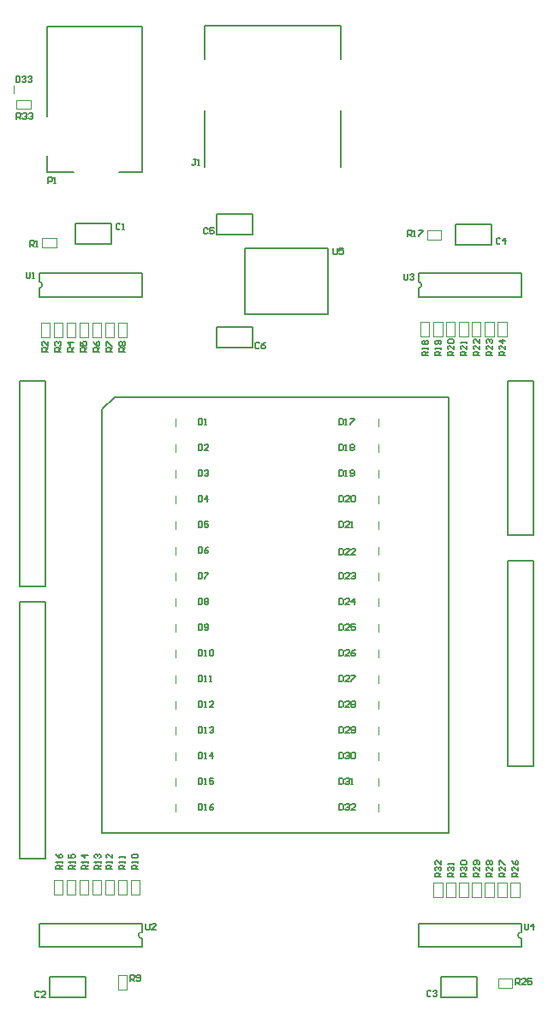
<source format=gto>
G04*
G04 #@! TF.GenerationSoftware,Altium Limited,Altium Designer,19.0.14 (431)*
G04*
G04 Layer_Color=65535*
%FSLAX44Y44*%
%MOMM*%
G71*
G01*
G75*
%ADD10C,0.2000*%
%ADD11C,0.0500*%
%ADD12C,0.1000*%
%ADD13C,0.1500*%
D10*
X755650Y993875D02*
G03*
X755650Y1000225I0J3175D01*
G01*
X857250Y357151D02*
G03*
X857250Y350801I0J-3175D01*
G01*
X1130808Y993675D02*
G03*
X1130808Y1000025I0J3175D01*
G01*
X1232408Y357151D02*
G03*
X1232408Y350801I0J-3175D01*
G01*
X959210Y968260D02*
X1041710D01*
Y1033260D01*
X959210D02*
X1041710D01*
X959210Y968260D02*
Y1033260D01*
X755650Y985400D02*
Y993875D01*
Y1000225D02*
Y1008700D01*
X857250D01*
Y985400D02*
Y1008700D01*
X755650Y985400D02*
X857250D01*
X755650Y365626D02*
X857250D01*
X755650Y342326D02*
Y365626D01*
Y342326D02*
X857250D01*
Y350801D01*
Y357151D02*
Y365626D01*
X1130808Y985200D02*
Y993675D01*
Y1000025D02*
Y1008500D01*
X1232408D01*
Y985200D02*
Y1008500D01*
X1130808Y985200D02*
X1232408D01*
X1130808Y365626D02*
X1232408D01*
X1130808Y342326D02*
Y365626D01*
Y342326D02*
X1232408D01*
Y350801D01*
Y357151D02*
Y365626D01*
X1054050Y1220420D02*
Y1253440D01*
Y1113740D02*
Y1169620D01*
X919430Y1113740D02*
Y1169620D01*
Y1253440D02*
X1054050D01*
X919430Y1220420D02*
Y1253440D01*
X763800Y1108750D02*
X789800D01*
X763800D02*
Y1124750D01*
Y1163750D02*
Y1252750D01*
X857800D01*
Y1108750D02*
Y1252750D01*
X834800Y1108750D02*
X857800D01*
X791820Y1037590D02*
X827380D01*
Y1057910D01*
X791820D02*
X827380D01*
X791820Y1037590D02*
Y1057910D01*
X931570Y1066800D02*
X967130D01*
X931570Y1046480D02*
Y1066800D01*
Y1046480D02*
X967130D01*
Y1066800D01*
X930910Y955040D02*
X966470D01*
X930910Y934720D02*
Y955040D01*
Y934720D02*
X966470D01*
Y955040D01*
X1167130Y1036218D02*
X1202690D01*
Y1056538D01*
X1167130D02*
X1202690D01*
X1167130Y1036218D02*
Y1056538D01*
X1153160Y312420D02*
X1188720D01*
X1153160Y292100D02*
Y312420D01*
Y292100D02*
X1188720D01*
Y312420D01*
X765810D02*
X801370D01*
X765810Y292100D02*
Y312420D01*
Y292100D02*
X801370D01*
Y312420D01*
X1219200Y901700D02*
X1244600D01*
X1219200Y749300D02*
X1244600D01*
X1219200D02*
Y901700D01*
X1244600Y749300D02*
Y901700D01*
X736600Y698500D02*
X762000D01*
X736600D02*
Y901700D01*
X762000D01*
Y698500D02*
Y901700D01*
Y429260D02*
Y664210D01*
Y683260D01*
X736600D02*
X762000D01*
X736600Y429260D02*
Y683260D01*
Y429260D02*
X762000D01*
X1219200Y723900D02*
X1244600D01*
Y520700D02*
Y723900D01*
X1219200Y520700D02*
X1244600D01*
X1219200D02*
Y723900D01*
X817880Y454660D02*
Y873760D01*
X830326Y886206D01*
X932434D01*
X817880Y873760D02*
X818134D01*
X1046226Y886206D02*
X1160780D01*
X817880Y454660D02*
X1160780D01*
X1160780Y886206D02*
X1160780Y454660D01*
X932434Y886206D02*
X1046226D01*
D11*
X1091006Y476250D02*
Y483870D01*
Y501650D02*
Y509270D01*
Y527050D02*
Y534670D01*
Y552450D02*
Y560070D01*
Y577850D02*
Y585470D01*
Y603250D02*
Y610870D01*
Y628650D02*
Y636270D01*
Y654050D02*
Y661670D01*
Y679450D02*
Y687070D01*
Y704850D02*
Y712470D01*
Y730250D02*
Y737870D01*
Y755650D02*
Y763270D01*
Y781050D02*
Y788670D01*
Y806450D02*
Y814070D01*
Y831850D02*
Y839470D01*
Y857250D02*
Y864870D01*
X890346Y476250D02*
Y483870D01*
Y501650D02*
Y509270D01*
Y527050D02*
Y534670D01*
Y552450D02*
Y560070D01*
Y577850D02*
Y585470D01*
Y603250D02*
Y610870D01*
Y628650D02*
Y636270D01*
Y654050D02*
Y661670D01*
Y679450D02*
Y687070D01*
Y704850D02*
Y712470D01*
Y730250D02*
Y737870D01*
Y755650D02*
Y763270D01*
Y781050D02*
Y788670D01*
Y806450D02*
Y814070D01*
X730250Y1186180D02*
Y1193800D01*
X890346Y857250D02*
Y864870D01*
Y831850D02*
Y839470D01*
D12*
X733298Y1170973D02*
Y1180117D01*
Y1170973D02*
X747522D01*
Y1180117D01*
X733298D02*
X747522D01*
X842772Y945388D02*
Y959612D01*
X833628Y945388D02*
X842772D01*
X833628D02*
Y959612D01*
X842772D01*
X820928D02*
X830072D01*
X820928Y945388D02*
Y959612D01*
Y945388D02*
X830072D01*
Y959612D01*
X817372Y945388D02*
Y959612D01*
X808228Y945388D02*
X817372D01*
X808228D02*
Y959612D01*
X817372D01*
X795528D02*
X804672D01*
X795528Y945388D02*
Y959612D01*
Y945388D02*
X804672D01*
Y959612D01*
X791972Y945388D02*
Y959612D01*
X782828Y945388D02*
X791972D01*
X782828D02*
Y959612D01*
X791972D01*
X770128D02*
X779272D01*
X770128Y945388D02*
Y959612D01*
Y945388D02*
X779272D01*
Y959612D01*
X766572Y945388D02*
Y959612D01*
X757428Y945388D02*
X766572D01*
X757428D02*
Y959612D01*
X766572D01*
X772912Y1034288D02*
Y1043432D01*
X758688D02*
X772912D01*
X758688Y1034288D02*
Y1043432D01*
Y1034288D02*
X772912D01*
X1153470Y1041908D02*
Y1051052D01*
X1139246D02*
X1153470D01*
X1139246Y1041908D02*
Y1051052D01*
Y1041908D02*
X1153470D01*
X1218250Y945937D02*
Y960161D01*
X1209106Y945937D02*
X1218250D01*
X1209106D02*
Y960161D01*
X1218250D01*
X1196086D02*
X1205230D01*
X1196086Y945937D02*
Y960161D01*
Y945937D02*
X1205230D01*
Y960161D01*
X1192342Y945937D02*
Y960161D01*
X1183198Y945937D02*
X1192342D01*
X1183198D02*
Y960161D01*
X1192342D01*
X1170686D02*
X1179830D01*
X1170686Y945937D02*
Y960161D01*
Y945937D02*
X1179830D01*
Y960161D01*
X1166942Y945937D02*
Y960161D01*
X1157798Y945937D02*
X1166942D01*
X1157798D02*
Y960161D01*
X1166942D01*
X1145286D02*
X1154430D01*
X1145286Y945937D02*
Y960161D01*
Y945937D02*
X1154430D01*
Y960161D01*
X1141542Y945937D02*
Y960161D01*
X1132398Y945937D02*
X1141542D01*
X1132398D02*
Y960161D01*
X1141542D01*
X1221580Y391358D02*
Y405582D01*
X1230724D01*
Y391358D02*
Y405582D01*
X1221580Y391358D02*
X1230724D01*
X1208880D02*
X1218024D01*
Y405582D01*
X1208880D02*
X1218024D01*
X1208880Y391358D02*
Y405582D01*
X1196180Y391358D02*
Y405582D01*
X1205324D01*
Y391358D02*
Y405582D01*
X1196180Y391358D02*
X1205324D01*
X1183480D02*
X1192624D01*
Y405582D01*
X1183480D02*
X1192624D01*
X1183480Y391358D02*
Y405582D01*
X1170780Y391358D02*
Y405582D01*
X1179924D01*
Y391358D02*
Y405582D01*
X1170780Y391358D02*
X1179924D01*
X1158080D02*
X1167224D01*
Y405582D01*
X1158080D02*
X1167224D01*
X1158080Y391358D02*
Y405582D01*
X1145380Y391358D02*
Y405582D01*
X1154524D01*
Y391358D02*
Y405582D01*
X1145380Y391358D02*
X1154524D01*
X1209548Y301498D02*
Y310642D01*
Y301498D02*
X1223772D01*
Y310642D01*
X1209548D02*
X1223772D01*
X846328Y394208D02*
Y408432D01*
X855472D01*
Y394208D02*
Y408432D01*
X846328Y394208D02*
X855472D01*
X833628Y394426D02*
X842772D01*
Y408650D01*
X833628D02*
X842772D01*
X833628Y394426D02*
Y408650D01*
X820928Y394426D02*
Y408650D01*
X830072D01*
Y394426D02*
Y408650D01*
X820928Y394426D02*
X830072D01*
X808228D02*
X817372D01*
Y408650D01*
X808228D02*
X817372D01*
X808228Y394426D02*
Y408650D01*
X795528Y394426D02*
Y408650D01*
X804672D01*
Y394426D02*
Y408650D01*
X795528Y394426D02*
X804672D01*
X782828Y394426D02*
X791972D01*
Y408650D01*
X782828D02*
X791972D01*
X782828Y394426D02*
Y408650D01*
X770128Y394426D02*
Y408650D01*
X779272D01*
Y394426D02*
Y408650D01*
X770128Y394426D02*
X779272D01*
X833628Y314452D02*
X842772D01*
X833628Y300228D02*
Y314452D01*
Y300228D02*
X842772D01*
Y314452D01*
D13*
X1052322Y483518D02*
Y477520D01*
X1055321D01*
X1056321Y478520D01*
Y482518D01*
X1055321Y483518D01*
X1052322D01*
X1058320Y482518D02*
X1059320Y483518D01*
X1061319D01*
X1062319Y482518D01*
Y481519D01*
X1061319Y480519D01*
X1060319D01*
X1061319D01*
X1062319Y479519D01*
Y478520D01*
X1061319Y477520D01*
X1059320D01*
X1058320Y478520D01*
X1068317Y477520D02*
X1064318D01*
X1068317Y481519D01*
Y482518D01*
X1067317Y483518D01*
X1065318D01*
X1064318Y482518D01*
X1052322Y508918D02*
Y502920D01*
X1055321D01*
X1056321Y503920D01*
Y507918D01*
X1055321Y508918D01*
X1052322D01*
X1058320Y507918D02*
X1059320Y508918D01*
X1061319D01*
X1062319Y507918D01*
Y506919D01*
X1061319Y505919D01*
X1060319D01*
X1061319D01*
X1062319Y504919D01*
Y503920D01*
X1061319Y502920D01*
X1059320D01*
X1058320Y503920D01*
X1064318Y502920D02*
X1066318D01*
X1065318D01*
Y508918D01*
X1064318Y507918D01*
X1052322Y534318D02*
Y528320D01*
X1055321D01*
X1056321Y529320D01*
Y533318D01*
X1055321Y534318D01*
X1052322D01*
X1058320Y533318D02*
X1059320Y534318D01*
X1061319D01*
X1062319Y533318D01*
Y532319D01*
X1061319Y531319D01*
X1060319D01*
X1061319D01*
X1062319Y530319D01*
Y529320D01*
X1061319Y528320D01*
X1059320D01*
X1058320Y529320D01*
X1064318Y533318D02*
X1065318Y534318D01*
X1067317D01*
X1068317Y533318D01*
Y529320D01*
X1067317Y528320D01*
X1065318D01*
X1064318Y529320D01*
Y533318D01*
X1052322Y559718D02*
Y553720D01*
X1055321D01*
X1056321Y554720D01*
Y558718D01*
X1055321Y559718D01*
X1052322D01*
X1062319Y553720D02*
X1058320D01*
X1062319Y557719D01*
Y558718D01*
X1061319Y559718D01*
X1059320D01*
X1058320Y558718D01*
X1064318Y554720D02*
X1065318Y553720D01*
X1067317D01*
X1068317Y554720D01*
Y558718D01*
X1067317Y559718D01*
X1065318D01*
X1064318Y558718D01*
Y557719D01*
X1065318Y556719D01*
X1068317D01*
X1052322Y585118D02*
Y579120D01*
X1055321D01*
X1056321Y580120D01*
Y584118D01*
X1055321Y585118D01*
X1052322D01*
X1062319Y579120D02*
X1058320D01*
X1062319Y583119D01*
Y584118D01*
X1061319Y585118D01*
X1059320D01*
X1058320Y584118D01*
X1064318D02*
X1065318Y585118D01*
X1067317D01*
X1068317Y584118D01*
Y583119D01*
X1067317Y582119D01*
X1068317Y581119D01*
Y580120D01*
X1067317Y579120D01*
X1065318D01*
X1064318Y580120D01*
Y581119D01*
X1065318Y582119D01*
X1064318Y583119D01*
Y584118D01*
X1065318Y582119D02*
X1067317D01*
X1052322Y610518D02*
Y604520D01*
X1055321D01*
X1056321Y605520D01*
Y609518D01*
X1055321Y610518D01*
X1052322D01*
X1062319Y604520D02*
X1058320D01*
X1062319Y608519D01*
Y609518D01*
X1061319Y610518D01*
X1059320D01*
X1058320Y609518D01*
X1064318Y610518D02*
X1068317D01*
Y609518D01*
X1064318Y605520D01*
Y604520D01*
X1052322Y635918D02*
Y629920D01*
X1055321D01*
X1056321Y630920D01*
Y634918D01*
X1055321Y635918D01*
X1052322D01*
X1062319Y629920D02*
X1058320D01*
X1062319Y633919D01*
Y634918D01*
X1061319Y635918D01*
X1059320D01*
X1058320Y634918D01*
X1068317Y635918D02*
X1066318Y634918D01*
X1064318Y632919D01*
Y630920D01*
X1065318Y629920D01*
X1067317D01*
X1068317Y630920D01*
Y631919D01*
X1067317Y632919D01*
X1064318D01*
X1052322Y661318D02*
Y655320D01*
X1055321D01*
X1056321Y656320D01*
Y660318D01*
X1055321Y661318D01*
X1052322D01*
X1062319Y655320D02*
X1058320D01*
X1062319Y659319D01*
Y660318D01*
X1061319Y661318D01*
X1059320D01*
X1058320Y660318D01*
X1068317Y661318D02*
X1064318D01*
Y658319D01*
X1066318Y659319D01*
X1067317D01*
X1068317Y658319D01*
Y656320D01*
X1067317Y655320D01*
X1065318D01*
X1064318Y656320D01*
X1052322Y686718D02*
Y680720D01*
X1055321D01*
X1056321Y681720D01*
Y685718D01*
X1055321Y686718D01*
X1052322D01*
X1062319Y680720D02*
X1058320D01*
X1062319Y684719D01*
Y685718D01*
X1061319Y686718D01*
X1059320D01*
X1058320Y685718D01*
X1067317Y680720D02*
Y686718D01*
X1064318Y683719D01*
X1068317D01*
X1052322Y712118D02*
Y706120D01*
X1055321D01*
X1056321Y707120D01*
Y711118D01*
X1055321Y712118D01*
X1052322D01*
X1062319Y706120D02*
X1058320D01*
X1062319Y710119D01*
Y711118D01*
X1061319Y712118D01*
X1059320D01*
X1058320Y711118D01*
X1064318D02*
X1065318Y712118D01*
X1067317D01*
X1068317Y711118D01*
Y710119D01*
X1067317Y709119D01*
X1066318D01*
X1067317D01*
X1068317Y708119D01*
Y707120D01*
X1067317Y706120D01*
X1065318D01*
X1064318Y707120D01*
X1052322Y736248D02*
Y730250D01*
X1055321D01*
X1056321Y731250D01*
Y735248D01*
X1055321Y736248D01*
X1052322D01*
X1062319Y730250D02*
X1058320D01*
X1062319Y734249D01*
Y735248D01*
X1061319Y736248D01*
X1059320D01*
X1058320Y735248D01*
X1068317Y730250D02*
X1064318D01*
X1068317Y734249D01*
Y735248D01*
X1067317Y736248D01*
X1065318D01*
X1064318Y735248D01*
X1052322Y762918D02*
Y756920D01*
X1055321D01*
X1056321Y757920D01*
Y761918D01*
X1055321Y762918D01*
X1052322D01*
X1062319Y756920D02*
X1058320D01*
X1062319Y760919D01*
Y761918D01*
X1061319Y762918D01*
X1059320D01*
X1058320Y761918D01*
X1064318Y756920D02*
X1066318D01*
X1065318D01*
Y762918D01*
X1064318Y761918D01*
X1052322Y788318D02*
Y782320D01*
X1055321D01*
X1056321Y783320D01*
Y787318D01*
X1055321Y788318D01*
X1052322D01*
X1062319Y782320D02*
X1058320D01*
X1062319Y786319D01*
Y787318D01*
X1061319Y788318D01*
X1059320D01*
X1058320Y787318D01*
X1064318D02*
X1065318Y788318D01*
X1067317D01*
X1068317Y787318D01*
Y783320D01*
X1067317Y782320D01*
X1065318D01*
X1064318Y783320D01*
Y787318D01*
X1052322Y813718D02*
Y807720D01*
X1055321D01*
X1056321Y808720D01*
Y812718D01*
X1055321Y813718D01*
X1052322D01*
X1058320Y807720D02*
X1060319D01*
X1059320D01*
Y813718D01*
X1058320Y812718D01*
X1063318Y808720D02*
X1064318Y807720D01*
X1066318D01*
X1067317Y808720D01*
Y812718D01*
X1066318Y813718D01*
X1064318D01*
X1063318Y812718D01*
Y811719D01*
X1064318Y810719D01*
X1067317D01*
X1052322Y839118D02*
Y833120D01*
X1055321D01*
X1056321Y834120D01*
Y838118D01*
X1055321Y839118D01*
X1052322D01*
X1058320Y833120D02*
X1060319D01*
X1059320D01*
Y839118D01*
X1058320Y838118D01*
X1063318D02*
X1064318Y839118D01*
X1066318D01*
X1067317Y838118D01*
Y837119D01*
X1066318Y836119D01*
X1067317Y835119D01*
Y834120D01*
X1066318Y833120D01*
X1064318D01*
X1063318Y834120D01*
Y835119D01*
X1064318Y836119D01*
X1063318Y837119D01*
Y838118D01*
X1064318Y836119D02*
X1066318D01*
X1052322Y864518D02*
Y858520D01*
X1055321D01*
X1056321Y859520D01*
Y863518D01*
X1055321Y864518D01*
X1052322D01*
X1058320Y858520D02*
X1060319D01*
X1059320D01*
Y864518D01*
X1058320Y863518D01*
X1063318Y864518D02*
X1067317D01*
Y863518D01*
X1063318Y859520D01*
Y858520D01*
X913130Y483518D02*
Y477520D01*
X916129D01*
X917129Y478520D01*
Y482518D01*
X916129Y483518D01*
X913130D01*
X919128Y477520D02*
X921127D01*
X920128D01*
Y483518D01*
X919128Y482518D01*
X928125Y483518D02*
X926126Y482518D01*
X924126Y480519D01*
Y478520D01*
X925126Y477520D01*
X927125D01*
X928125Y478520D01*
Y479519D01*
X927125Y480519D01*
X924126D01*
X913130Y508918D02*
Y502920D01*
X916129D01*
X917129Y503920D01*
Y507918D01*
X916129Y508918D01*
X913130D01*
X919128Y502920D02*
X921127D01*
X920128D01*
Y508918D01*
X919128Y507918D01*
X928125Y508918D02*
X924126D01*
Y505919D01*
X926126Y506919D01*
X927125D01*
X928125Y505919D01*
Y503920D01*
X927125Y502920D01*
X925126D01*
X924126Y503920D01*
X913130Y534318D02*
Y528320D01*
X916129D01*
X917129Y529320D01*
Y533318D01*
X916129Y534318D01*
X913130D01*
X919128Y528320D02*
X921127D01*
X920128D01*
Y534318D01*
X919128Y533318D01*
X927125Y528320D02*
Y534318D01*
X924126Y531319D01*
X928125D01*
X913130Y559718D02*
Y553720D01*
X916129D01*
X917129Y554720D01*
Y558718D01*
X916129Y559718D01*
X913130D01*
X919128Y553720D02*
X921127D01*
X920128D01*
Y559718D01*
X919128Y558718D01*
X924126D02*
X925126Y559718D01*
X927125D01*
X928125Y558718D01*
Y557719D01*
X927125Y556719D01*
X926126D01*
X927125D01*
X928125Y555719D01*
Y554720D01*
X927125Y553720D01*
X925126D01*
X924126Y554720D01*
X913130Y585118D02*
Y579120D01*
X916129D01*
X917129Y580120D01*
Y584118D01*
X916129Y585118D01*
X913130D01*
X919128Y579120D02*
X921127D01*
X920128D01*
Y585118D01*
X919128Y584118D01*
X928125Y579120D02*
X924126D01*
X928125Y583119D01*
Y584118D01*
X927125Y585118D01*
X925126D01*
X924126Y584118D01*
X913130Y610518D02*
Y604520D01*
X916129D01*
X917129Y605520D01*
Y609518D01*
X916129Y610518D01*
X913130D01*
X919128Y604520D02*
X921127D01*
X920128D01*
Y610518D01*
X919128Y609518D01*
X924126Y604520D02*
X926126D01*
X925126D01*
Y610518D01*
X924126Y609518D01*
X913130Y635918D02*
Y629920D01*
X916129D01*
X917129Y630920D01*
Y634918D01*
X916129Y635918D01*
X913130D01*
X919128Y629920D02*
X921127D01*
X920128D01*
Y635918D01*
X919128Y634918D01*
X924126D02*
X925126Y635918D01*
X927125D01*
X928125Y634918D01*
Y630920D01*
X927125Y629920D01*
X925126D01*
X924126Y630920D01*
Y634918D01*
X913130Y661318D02*
Y655320D01*
X916129D01*
X917129Y656320D01*
Y660318D01*
X916129Y661318D01*
X913130D01*
X919128Y656320D02*
X920128Y655320D01*
X922127D01*
X923127Y656320D01*
Y660318D01*
X922127Y661318D01*
X920128D01*
X919128Y660318D01*
Y659319D01*
X920128Y658319D01*
X923127D01*
X913130Y686718D02*
Y680720D01*
X916129D01*
X917129Y681720D01*
Y685718D01*
X916129Y686718D01*
X913130D01*
X919128Y685718D02*
X920128Y686718D01*
X922127D01*
X923127Y685718D01*
Y684719D01*
X922127Y683719D01*
X923127Y682719D01*
Y681720D01*
X922127Y680720D01*
X920128D01*
X919128Y681720D01*
Y682719D01*
X920128Y683719D01*
X919128Y684719D01*
Y685718D01*
X920128Y683719D02*
X922127D01*
X913130Y712118D02*
Y706120D01*
X916129D01*
X917129Y707120D01*
Y711118D01*
X916129Y712118D01*
X913130D01*
X919128D02*
X923127D01*
Y711118D01*
X919128Y707120D01*
Y706120D01*
X913130Y737518D02*
Y731520D01*
X916129D01*
X917129Y732520D01*
Y736518D01*
X916129Y737518D01*
X913130D01*
X923127D02*
X921127Y736518D01*
X919128Y734519D01*
Y732520D01*
X920128Y731520D01*
X922127D01*
X923127Y732520D01*
Y733519D01*
X922127Y734519D01*
X919128D01*
X913130Y762918D02*
Y756920D01*
X916129D01*
X917129Y757920D01*
Y761918D01*
X916129Y762918D01*
X913130D01*
X923127D02*
X919128D01*
Y759919D01*
X921127Y760919D01*
X922127D01*
X923127Y759919D01*
Y757920D01*
X922127Y756920D01*
X920128D01*
X919128Y757920D01*
X913130Y788318D02*
Y782320D01*
X916129D01*
X917129Y783320D01*
Y787318D01*
X916129Y788318D01*
X913130D01*
X922127Y782320D02*
Y788318D01*
X919128Y785319D01*
X923127D01*
X913130Y813718D02*
Y807720D01*
X916129D01*
X917129Y808720D01*
Y812718D01*
X916129Y813718D01*
X913130D01*
X919128Y812718D02*
X920128Y813718D01*
X922127D01*
X923127Y812718D01*
Y811719D01*
X922127Y810719D01*
X921127D01*
X922127D01*
X923127Y809719D01*
Y808720D01*
X922127Y807720D01*
X920128D01*
X919128Y808720D01*
X732790Y1203608D02*
Y1197610D01*
X735789D01*
X736789Y1198610D01*
Y1202608D01*
X735789Y1203608D01*
X732790D01*
X738788Y1202608D02*
X739788Y1203608D01*
X741787D01*
X742787Y1202608D01*
Y1201609D01*
X741787Y1200609D01*
X740787D01*
X741787D01*
X742787Y1199609D01*
Y1198610D01*
X741787Y1197610D01*
X739788D01*
X738788Y1198610D01*
X744786Y1202608D02*
X745786Y1203608D01*
X747785D01*
X748785Y1202608D01*
Y1201609D01*
X747785Y1200609D01*
X746786D01*
X747785D01*
X748785Y1199609D01*
Y1198610D01*
X747785Y1197610D01*
X745786D01*
X744786Y1198610D01*
X733298Y1160780D02*
Y1166778D01*
X736297D01*
X737297Y1165778D01*
Y1163779D01*
X736297Y1162779D01*
X733298D01*
X735297D02*
X737297Y1160780D01*
X739296Y1165778D02*
X740296Y1166778D01*
X742295D01*
X743295Y1165778D01*
Y1164779D01*
X742295Y1163779D01*
X741295D01*
X742295D01*
X743295Y1162779D01*
Y1161780D01*
X742295Y1160780D01*
X740296D01*
X739296Y1161780D01*
X745294Y1165778D02*
X746294Y1166778D01*
X748293D01*
X749293Y1165778D01*
Y1164779D01*
X748293Y1163779D01*
X747293D01*
X748293D01*
X749293Y1162779D01*
Y1161780D01*
X748293Y1160780D01*
X746294D01*
X745294Y1161780D01*
X910779Y1121058D02*
X908779D01*
X909779D01*
Y1116060D01*
X908779Y1115060D01*
X907780D01*
X906780Y1116060D01*
X912778Y1115060D02*
X914777D01*
X913778D01*
Y1121058D01*
X912778Y1120058D01*
X764540Y1097280D02*
Y1103278D01*
X767539D01*
X768539Y1102278D01*
Y1100279D01*
X767539Y1099279D01*
X764540D01*
X770538Y1097280D02*
X772537D01*
X771538D01*
Y1103278D01*
X770538Y1102278D01*
X840740Y930910D02*
X834742D01*
Y933909D01*
X835742Y934909D01*
X837741D01*
X838741Y933909D01*
Y930910D01*
Y932909D02*
X840740Y934909D01*
X835742Y936908D02*
X834742Y937908D01*
Y939907D01*
X835742Y940907D01*
X836741D01*
X837741Y939907D01*
X838741Y940907D01*
X839740D01*
X840740Y939907D01*
Y937908D01*
X839740Y936908D01*
X838741D01*
X837741Y937908D01*
X836741Y936908D01*
X835742D01*
X837741Y937908D02*
Y939907D01*
X828040Y930910D02*
X822042D01*
Y933909D01*
X823042Y934909D01*
X825041D01*
X826041Y933909D01*
Y930910D01*
Y932909D02*
X828040Y934909D01*
X822042Y936908D02*
Y940907D01*
X823042D01*
X827040Y936908D01*
X828040D01*
X815340Y930910D02*
X809342D01*
Y933909D01*
X810342Y934909D01*
X812341D01*
X813341Y933909D01*
Y930910D01*
Y932909D02*
X815340Y934909D01*
X809342Y940907D02*
X810342Y938907D01*
X812341Y936908D01*
X814340D01*
X815340Y937908D01*
Y939907D01*
X814340Y940907D01*
X813341D01*
X812341Y939907D01*
Y936908D01*
X802640Y930910D02*
X796642D01*
Y933909D01*
X797642Y934909D01*
X799641D01*
X800641Y933909D01*
Y930910D01*
Y932909D02*
X802640Y934909D01*
X796642Y940907D02*
Y936908D01*
X799641D01*
X798641Y938907D01*
Y939907D01*
X799641Y940907D01*
X801640D01*
X802640Y939907D01*
Y937908D01*
X801640Y936908D01*
X789800Y930910D02*
X783802D01*
Y933909D01*
X784802Y934909D01*
X786801D01*
X787801Y933909D01*
Y930910D01*
Y932909D02*
X789800Y934909D01*
Y939907D02*
X783802D01*
X786801Y936908D01*
Y940907D01*
X777240Y930910D02*
X771242D01*
Y933909D01*
X772242Y934909D01*
X774241D01*
X775241Y933909D01*
Y930910D01*
Y932909D02*
X777240Y934909D01*
X772242Y936908D02*
X771242Y937908D01*
Y939907D01*
X772242Y940907D01*
X773241D01*
X774241Y939907D01*
Y938907D01*
Y939907D01*
X775241Y940907D01*
X776240D01*
X777240Y939907D01*
Y937908D01*
X776240Y936908D01*
X764540Y930910D02*
X758542D01*
Y933909D01*
X759542Y934909D01*
X761541D01*
X762541Y933909D01*
Y930910D01*
Y932909D02*
X764540Y934909D01*
Y940907D02*
Y936908D01*
X760541Y940907D01*
X759542D01*
X758542Y939907D01*
Y937908D01*
X759542Y936908D01*
X746760Y1035050D02*
Y1041048D01*
X749759D01*
X750759Y1040048D01*
Y1038049D01*
X749759Y1037049D01*
X746760D01*
X748759D02*
X750759Y1035050D01*
X752758D02*
X754757D01*
X753758D01*
Y1041048D01*
X752758Y1040048D01*
X742950Y1009298D02*
Y1004300D01*
X743950Y1003300D01*
X745949D01*
X746949Y1004300D01*
Y1009298D01*
X748948Y1003300D02*
X750947D01*
X749948D01*
Y1009298D01*
X748948Y1008298D01*
X835849Y1056558D02*
X834849Y1057558D01*
X832850D01*
X831850Y1056558D01*
Y1052560D01*
X832850Y1051560D01*
X834849D01*
X835849Y1052560D01*
X837848Y1051560D02*
X839847D01*
X838848D01*
Y1057558D01*
X837848Y1056558D01*
X1046480Y1033428D02*
Y1028430D01*
X1047480Y1027430D01*
X1049479D01*
X1050479Y1028430D01*
Y1033428D01*
X1056477D02*
X1052478D01*
Y1030429D01*
X1054477Y1031429D01*
X1055477D01*
X1056477Y1030429D01*
Y1028430D01*
X1055477Y1027430D01*
X1053478D01*
X1052478Y1028430D01*
X922463Y1052240D02*
X921463Y1053240D01*
X919464D01*
X918464Y1052240D01*
Y1048242D01*
X919464Y1047242D01*
X921463D01*
X922463Y1048242D01*
X928461Y1053240D02*
X924462D01*
Y1050241D01*
X926461Y1051241D01*
X927461D01*
X928461Y1050241D01*
Y1048242D01*
X927461Y1047242D01*
X925462D01*
X924462Y1048242D01*
X973517Y939210D02*
X972517Y940210D01*
X970518D01*
X969518Y939210D01*
Y935212D01*
X970518Y934212D01*
X972517D01*
X973517Y935212D01*
X979515Y940210D02*
X977515Y939210D01*
X975516Y937211D01*
Y935212D01*
X976516Y934212D01*
X978515D01*
X979515Y935212D01*
Y936211D01*
X978515Y937211D01*
X975516D01*
X1211769Y1042588D02*
X1210769Y1043588D01*
X1208770D01*
X1207770Y1042588D01*
Y1038590D01*
X1208770Y1037590D01*
X1210769D01*
X1211769Y1038590D01*
X1216767Y1037590D02*
Y1043588D01*
X1213768Y1040589D01*
X1217767D01*
X1120140Y1045210D02*
Y1051208D01*
X1123139D01*
X1124139Y1050208D01*
Y1048209D01*
X1123139Y1047209D01*
X1120140D01*
X1122139D02*
X1124139Y1045210D01*
X1126138D02*
X1128137D01*
X1127138D01*
Y1051208D01*
X1126138Y1050208D01*
X1131136Y1051208D02*
X1135135D01*
Y1050208D01*
X1131136Y1046210D01*
Y1045210D01*
X1116330Y1008028D02*
Y1003030D01*
X1117330Y1002030D01*
X1119329D01*
X1120329Y1003030D01*
Y1008028D01*
X1122328Y1007028D02*
X1123328Y1008028D01*
X1125327D01*
X1126327Y1007028D01*
Y1006029D01*
X1125327Y1005029D01*
X1124327D01*
X1125327D01*
X1126327Y1004029D01*
Y1003030D01*
X1125327Y1002030D01*
X1123328D01*
X1122328Y1003030D01*
X1216660Y927100D02*
X1210662D01*
Y930099D01*
X1211662Y931099D01*
X1213661D01*
X1214661Y930099D01*
Y927100D01*
Y929099D02*
X1216660Y931099D01*
Y937097D02*
Y933098D01*
X1212661Y937097D01*
X1211662D01*
X1210662Y936097D01*
Y934098D01*
X1211662Y933098D01*
X1216660Y942095D02*
X1210662D01*
X1213661Y939096D01*
Y943095D01*
X1203960Y927100D02*
X1197962D01*
Y930099D01*
X1198962Y931099D01*
X1200961D01*
X1201961Y930099D01*
Y927100D01*
Y929099D02*
X1203960Y931099D01*
Y937097D02*
Y933098D01*
X1199961Y937097D01*
X1198962D01*
X1197962Y936097D01*
Y934098D01*
X1198962Y933098D01*
Y939096D02*
X1197962Y940096D01*
Y942095D01*
X1198962Y943095D01*
X1199961D01*
X1200961Y942095D01*
Y941096D01*
Y942095D01*
X1201961Y943095D01*
X1202960D01*
X1203960Y942095D01*
Y940096D01*
X1202960Y939096D01*
X1191260Y927100D02*
X1185262D01*
Y930099D01*
X1186262Y931099D01*
X1188261D01*
X1189261Y930099D01*
Y927100D01*
Y929099D02*
X1191260Y931099D01*
Y937097D02*
Y933098D01*
X1187261Y937097D01*
X1186262D01*
X1185262Y936097D01*
Y934098D01*
X1186262Y933098D01*
X1191260Y943095D02*
Y939096D01*
X1187261Y943095D01*
X1186262D01*
X1185262Y942095D01*
Y940096D01*
X1186262Y939096D01*
X1178560Y927100D02*
X1172562D01*
Y930099D01*
X1173562Y931099D01*
X1175561D01*
X1176561Y930099D01*
Y927100D01*
Y929099D02*
X1178560Y931099D01*
Y937097D02*
Y933098D01*
X1174561Y937097D01*
X1173562D01*
X1172562Y936097D01*
Y934098D01*
X1173562Y933098D01*
X1178560Y939096D02*
Y941096D01*
Y940096D01*
X1172562D01*
X1173562Y939096D01*
X1165860Y927100D02*
X1159862D01*
Y930099D01*
X1160862Y931099D01*
X1162861D01*
X1163861Y930099D01*
Y927100D01*
Y929099D02*
X1165860Y931099D01*
Y937097D02*
Y933098D01*
X1161861Y937097D01*
X1160862D01*
X1159862Y936097D01*
Y934098D01*
X1160862Y933098D01*
Y939096D02*
X1159862Y940096D01*
Y942095D01*
X1160862Y943095D01*
X1164860D01*
X1165860Y942095D01*
Y940096D01*
X1164860Y939096D01*
X1160862D01*
X1153160Y927100D02*
X1147162D01*
Y930099D01*
X1148162Y931099D01*
X1150161D01*
X1151161Y930099D01*
Y927100D01*
Y929099D02*
X1153160Y931099D01*
Y933098D02*
Y935097D01*
Y934098D01*
X1147162D01*
X1148162Y933098D01*
X1152160Y938096D02*
X1153160Y939096D01*
Y941096D01*
X1152160Y942095D01*
X1148162D01*
X1147162Y941096D01*
Y939096D01*
X1148162Y938096D01*
X1149161D01*
X1150161Y939096D01*
Y942095D01*
X1140206Y927100D02*
X1134208D01*
Y930099D01*
X1135208Y931099D01*
X1137207D01*
X1138207Y930099D01*
Y927100D01*
Y929099D02*
X1140206Y931099D01*
Y933098D02*
Y935097D01*
Y934098D01*
X1134208D01*
X1135208Y933098D01*
Y938096D02*
X1134208Y939096D01*
Y941096D01*
X1135208Y942095D01*
X1136207D01*
X1137207Y941096D01*
X1138207Y942095D01*
X1139206D01*
X1140206Y941096D01*
Y939096D01*
X1139206Y938096D01*
X1138207D01*
X1137207Y939096D01*
X1136207Y938096D01*
X1135208D01*
X1137207Y939096D02*
Y941096D01*
X1229360Y411480D02*
X1223362D01*
Y414479D01*
X1224362Y415479D01*
X1226361D01*
X1227361Y414479D01*
Y411480D01*
Y413479D02*
X1229360Y415479D01*
Y421477D02*
Y417478D01*
X1225361Y421477D01*
X1224362D01*
X1223362Y420477D01*
Y418478D01*
X1224362Y417478D01*
X1223362Y427475D02*
X1224362Y425476D01*
X1226361Y423476D01*
X1228360D01*
X1229360Y424476D01*
Y426475D01*
X1228360Y427475D01*
X1227361D01*
X1226361Y426475D01*
Y423476D01*
X1216660Y411480D02*
X1210662D01*
Y414479D01*
X1211662Y415479D01*
X1213661D01*
X1214661Y414479D01*
Y411480D01*
Y413479D02*
X1216660Y415479D01*
Y421477D02*
Y417478D01*
X1212661Y421477D01*
X1211662D01*
X1210662Y420477D01*
Y418478D01*
X1211662Y417478D01*
X1210662Y423476D02*
Y427475D01*
X1211662D01*
X1215660Y423476D01*
X1216660D01*
X1203960Y411480D02*
X1197962D01*
Y414479D01*
X1198962Y415479D01*
X1200961D01*
X1201961Y414479D01*
Y411480D01*
Y413479D02*
X1203960Y415479D01*
Y421477D02*
Y417478D01*
X1199961Y421477D01*
X1198962D01*
X1197962Y420477D01*
Y418478D01*
X1198962Y417478D01*
Y423476D02*
X1197962Y424476D01*
Y426475D01*
X1198962Y427475D01*
X1199961D01*
X1200961Y426475D01*
X1201961Y427475D01*
X1202960D01*
X1203960Y426475D01*
Y424476D01*
X1202960Y423476D01*
X1201961D01*
X1200961Y424476D01*
X1199961Y423476D01*
X1198962D01*
X1200961Y424476D02*
Y426475D01*
X1191260Y411480D02*
X1185262D01*
Y414479D01*
X1186262Y415479D01*
X1188261D01*
X1189261Y414479D01*
Y411480D01*
Y413479D02*
X1191260Y415479D01*
Y421477D02*
Y417478D01*
X1187261Y421477D01*
X1186262D01*
X1185262Y420477D01*
Y418478D01*
X1186262Y417478D01*
X1190260Y423476D02*
X1191260Y424476D01*
Y426475D01*
X1190260Y427475D01*
X1186262D01*
X1185262Y426475D01*
Y424476D01*
X1186262Y423476D01*
X1187261D01*
X1188261Y424476D01*
Y427475D01*
X1178560Y411480D02*
X1172562D01*
Y414479D01*
X1173562Y415479D01*
X1175561D01*
X1176561Y414479D01*
Y411480D01*
Y413479D02*
X1178560Y415479D01*
X1173562Y417478D02*
X1172562Y418478D01*
Y420477D01*
X1173562Y421477D01*
X1174561D01*
X1175561Y420477D01*
Y419477D01*
Y420477D01*
X1176561Y421477D01*
X1177560D01*
X1178560Y420477D01*
Y418478D01*
X1177560Y417478D01*
X1173562Y423476D02*
X1172562Y424476D01*
Y426475D01*
X1173562Y427475D01*
X1177560D01*
X1178560Y426475D01*
Y424476D01*
X1177560Y423476D01*
X1173562D01*
X1165860Y411480D02*
X1159862D01*
Y414479D01*
X1160862Y415479D01*
X1162861D01*
X1163861Y414479D01*
Y411480D01*
Y413479D02*
X1165860Y415479D01*
X1160862Y417478D02*
X1159862Y418478D01*
Y420477D01*
X1160862Y421477D01*
X1161861D01*
X1162861Y420477D01*
Y419477D01*
Y420477D01*
X1163861Y421477D01*
X1164860D01*
X1165860Y420477D01*
Y418478D01*
X1164860Y417478D01*
X1165860Y423476D02*
Y425476D01*
Y424476D01*
X1159862D01*
X1160862Y423476D01*
X1153160Y411480D02*
X1147162D01*
Y414479D01*
X1148162Y415479D01*
X1150161D01*
X1151161Y414479D01*
Y411480D01*
Y413479D02*
X1153160Y415479D01*
X1148162Y417478D02*
X1147162Y418478D01*
Y420477D01*
X1148162Y421477D01*
X1149161D01*
X1150161Y420477D01*
Y419477D01*
Y420477D01*
X1151161Y421477D01*
X1152160D01*
X1153160Y420477D01*
Y418478D01*
X1152160Y417478D01*
X1153160Y427475D02*
Y423476D01*
X1149161Y427475D01*
X1148162D01*
X1147162Y426475D01*
Y424476D01*
X1148162Y423476D01*
X1226820Y304800D02*
Y310798D01*
X1229819D01*
X1230819Y309798D01*
Y307799D01*
X1229819Y306799D01*
X1226820D01*
X1228819D02*
X1230819Y304800D01*
X1236817D02*
X1232818D01*
X1236817Y308799D01*
Y309798D01*
X1235817Y310798D01*
X1233818D01*
X1232818Y309798D01*
X1242815Y310798D02*
X1238816D01*
Y307799D01*
X1240816Y308799D01*
X1241815D01*
X1242815Y307799D01*
Y305800D01*
X1241815Y304800D01*
X1239816D01*
X1238816Y305800D01*
X1143189Y298368D02*
X1142189Y299368D01*
X1140190D01*
X1139190Y298368D01*
Y294370D01*
X1140190Y293370D01*
X1142189D01*
X1143189Y294370D01*
X1145188Y298368D02*
X1146188Y299368D01*
X1148187D01*
X1149187Y298368D01*
Y297369D01*
X1148187Y296369D01*
X1147187D01*
X1148187D01*
X1149187Y295369D01*
Y294370D01*
X1148187Y293370D01*
X1146188D01*
X1145188Y294370D01*
X1235710Y365408D02*
Y360410D01*
X1236710Y359410D01*
X1238709D01*
X1239709Y360410D01*
Y365408D01*
X1244707Y359410D02*
Y365408D01*
X1241708Y362409D01*
X1245707D01*
X853440Y419100D02*
X847442D01*
Y422099D01*
X848442Y423099D01*
X850441D01*
X851441Y422099D01*
Y419100D01*
Y421099D02*
X853440Y423099D01*
Y425098D02*
Y427097D01*
Y426098D01*
X847442D01*
X848442Y425098D01*
Y430096D02*
X847442Y431096D01*
Y433096D01*
X848442Y434095D01*
X852440D01*
X853440Y433096D01*
Y431096D01*
X852440Y430096D01*
X848442D01*
X840740Y419100D02*
X834742D01*
Y422099D01*
X835742Y423099D01*
X837741D01*
X838741Y422099D01*
Y419100D01*
Y421099D02*
X840740Y423099D01*
Y425098D02*
Y427097D01*
Y426098D01*
X834742D01*
X835742Y425098D01*
X840740Y430096D02*
Y432096D01*
Y431096D01*
X834742D01*
X835742Y430096D01*
X828040Y419100D02*
X822042D01*
Y422099D01*
X823042Y423099D01*
X825041D01*
X826041Y422099D01*
Y419100D01*
Y421099D02*
X828040Y423099D01*
Y425098D02*
Y427097D01*
Y426098D01*
X822042D01*
X823042Y425098D01*
X828040Y434095D02*
Y430096D01*
X824041Y434095D01*
X823042D01*
X822042Y433096D01*
Y431096D01*
X823042Y430096D01*
X816610Y419100D02*
X810612D01*
Y422099D01*
X811612Y423099D01*
X813611D01*
X814611Y422099D01*
Y419100D01*
Y421099D02*
X816610Y423099D01*
Y425098D02*
Y427097D01*
Y426098D01*
X810612D01*
X811612Y425098D01*
Y430096D02*
X810612Y431096D01*
Y433096D01*
X811612Y434095D01*
X812611D01*
X813611Y433096D01*
Y432096D01*
Y433096D01*
X814611Y434095D01*
X815610D01*
X816610Y433096D01*
Y431096D01*
X815610Y430096D01*
X803910Y419100D02*
X797912D01*
Y422099D01*
X798912Y423099D01*
X800911D01*
X801911Y422099D01*
Y419100D01*
Y421099D02*
X803910Y423099D01*
Y425098D02*
Y427097D01*
Y426098D01*
X797912D01*
X798912Y425098D01*
X803910Y433096D02*
X797912D01*
X800911Y430096D01*
Y434095D01*
X791210Y419100D02*
X785212D01*
Y422099D01*
X786212Y423099D01*
X788211D01*
X789211Y422099D01*
Y419100D01*
Y421099D02*
X791210Y423099D01*
Y425098D02*
Y427097D01*
Y426098D01*
X785212D01*
X786212Y425098D01*
X785212Y434095D02*
Y430096D01*
X788211D01*
X787211Y432096D01*
Y433096D01*
X788211Y434095D01*
X790210D01*
X791210Y433096D01*
Y431096D01*
X790210Y430096D01*
X778510Y419100D02*
X772512D01*
Y422099D01*
X773512Y423099D01*
X775511D01*
X776511Y422099D01*
Y419100D01*
Y421099D02*
X778510Y423099D01*
Y425098D02*
Y427097D01*
Y426098D01*
X772512D01*
X773512Y425098D01*
X772512Y434095D02*
X773512Y432096D01*
X775511Y430096D01*
X777510D01*
X778510Y431096D01*
Y433096D01*
X777510Y434095D01*
X776511D01*
X775511Y433096D01*
Y430096D01*
X861060Y365408D02*
Y360410D01*
X862060Y359410D01*
X864059D01*
X865059Y360410D01*
Y365408D01*
X871057Y359410D02*
X867058D01*
X871057Y363409D01*
Y364408D01*
X870057Y365408D01*
X868058D01*
X867058Y364408D01*
X755839Y297098D02*
X754839Y298098D01*
X752840D01*
X751840Y297098D01*
Y293100D01*
X752840Y292100D01*
X754839D01*
X755839Y293100D01*
X761837Y292100D02*
X757838D01*
X761837Y296099D01*
Y297098D01*
X760837Y298098D01*
X758838D01*
X757838Y297098D01*
X845820Y308610D02*
Y314608D01*
X848819D01*
X849819Y313608D01*
Y311609D01*
X848819Y310609D01*
X845820D01*
X847819D02*
X849819Y308610D01*
X851818Y309610D02*
X852818Y308610D01*
X854817D01*
X855817Y309610D01*
Y313608D01*
X854817Y314608D01*
X852818D01*
X851818Y313608D01*
Y312609D01*
X852818Y311609D01*
X855817D01*
X913130Y839118D02*
Y833120D01*
X916129D01*
X917129Y834120D01*
Y838118D01*
X916129Y839118D01*
X913130D01*
X923127Y833120D02*
X919128D01*
X923127Y837119D01*
Y838118D01*
X922127Y839118D01*
X920128D01*
X919128Y838118D01*
X913130Y864518D02*
Y858520D01*
X916129D01*
X917129Y859520D01*
Y863518D01*
X916129Y864518D01*
X913130D01*
X919128Y858520D02*
X921127D01*
X920128D01*
Y864518D01*
X919128Y863518D01*
M02*

</source>
